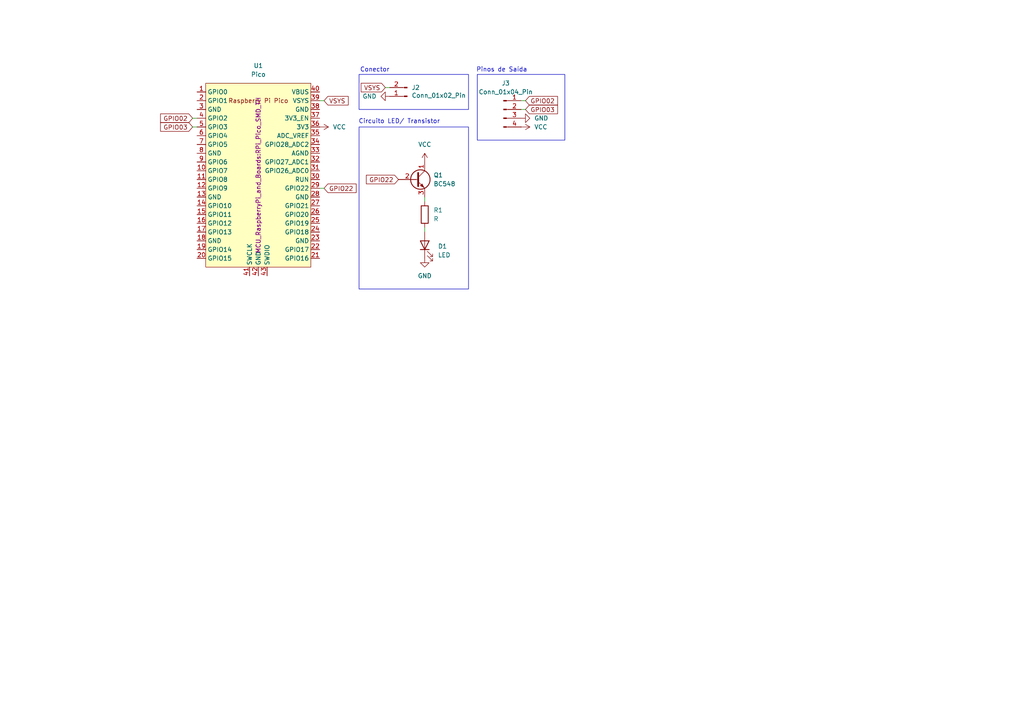
<source format=kicad_sch>
(kicad_sch (version 20231120) (generator "eeschema") (generator_version "8.0")
  (paper "A4")
  (lib_symbols
    (symbol "Connector:Conn_01x02_Pin" (pin_names (offset 1.016) hide)
      (property "Reference" "J" (at 0 2.54 0))
      (property "Value" "Conn_01x02_Pin" (at 0 -5.08 0))
      (symbol "Conn_01x02_Pin_1_1"
        (polyline (pts (xy 1.27 -2.54) (xy 0.8636 -2.54)) (stroke (width 0.1524)))
        (polyline (pts (xy 1.27 0) (xy 0.8636 0)) (stroke (width 0.1524)))
        (rectangle (start 0.8636 -2.413) (end 0 -2.667) (stroke (width 0.1524)) (fill (type outline)))
        (rectangle (start 0.8636 0.127) (end 0 -0.127) (stroke (width 0.1524)) (fill (type outline)))
        (pin passive line (at 5.08 0 180) (length 3.81) (name "Pin_1") (number "1"))
        (pin passive line (at 5.08 -2.54 180) (length 3.81) (name "Pin_2") (number "2"))
      )
    )
    (symbol "Connector:Conn_01x04_Pin" (pin_names (offset 1.016) hide)
      (property "Reference" "J" (at 0 5.08 0))
      (property "Value" "Conn_01x04_Pin" (at 0 -7.62 0))
      (symbol "Conn_01x04_Pin_1_1"
        (polyline (pts (xy 1.27 -5.08) (xy 0.8636 -5.08)) (stroke (width 0.1524)))
        (polyline (pts (xy 1.27 -2.54) (xy 0.8636 -2.54)) (stroke (width 0.1524)))
        (polyline (pts (xy 1.27 0) (xy 0.8636 0)) (stroke (width 0.1524)))
        (polyline (pts (xy 1.27 2.54) (xy 0.8636 2.54)) (stroke (width 0.1524)))
        (rectangle (start 0.8636 -4.953) (end 0 -5.207) (stroke (width 0.1524)) (fill (type outline)))
        (rectangle (start 0.8636 -2.413) (end 0 -2.667) (stroke (width 0.1524)) (fill (type outline)))
        (rectangle (start 0.8636 0.127) (end 0 -0.127) (stroke (width 0.1524)) (fill (type outline)))
        (rectangle (start 0.8636 2.667) (end 0 2.413) (stroke (width 0.1524)) (fill (type outline)))
        (pin passive line (at 5.08 2.54 180) (length 3.81) (name "Pin_1") (number "1"))
        (pin passive line (at 5.08 0 180) (length 3.81) (name "Pin_2") (number "2"))
        (pin passive line (at 5.08 -2.54 180) (length 3.81) (name "Pin_3") (number "3"))
        (pin passive line (at 5.08 -5.08 180) (length 3.81) (name "Pin_4") (number "4"))
      )
    )
    (symbol "Device:LED" (pin_numbers hide) (pin_names (offset 1.016) hide)
      (property "Reference" "D" (at 0 2.54 0))
      (property "Value" "LED" (at 0 -2.54 0))
      (symbol "LED_0_1"
        (polyline (pts (xy -1.27 -1.27) (xy -1.27 1.27)) (stroke (width 0.254)))
        (polyline (pts (xy -1.27 0) (xy 1.27 0)))
        (polyline (pts (xy 1.27 -1.27) (xy 1.27 1.27) (xy -1.27 0) (xy 1.27 -1.27)) (stroke (width 0.254)))
        (polyline (pts (xy -3.048 -0.762) (xy -4.572 -2.286) (xy -3.81 -2.286) (xy -4.572 -2.286) (xy -4.572 -1.524)))
        (polyline (pts (xy -1.778 -0.762) (xy -3.302 -2.286) (xy -2.54 -2.286) (xy -3.302 -2.286) (xy -3.302 -1.524)))
      )
      (symbol "LED_1_1"
        (pin passive line (at -3.81 0 0) (length 2.54) (name "K") (number "1"))
        (pin passive line (at 3.81 0 180) (length 2.54) (name "A") (number "2"))
      )
    )
    (symbol "Device:R" (pin_numbers hide) (pin_names (offset 0))
      (property "Reference" "R" (at 2.032 0 90))
      (property "Value" "R" (at 0 0 90))
      (symbol "R_0_1"
        (rectangle (start -1.016 -2.54) (end 1.016 2.54) (stroke (width 0.254)))
      )
      (symbol "R_1_1"
        (pin passive line (at 0 3.81 270) (length 1.27) (name "~") (number "1"))
        (pin passive line (at 0 -3.81 90) (length 1.27) (name "~") (number "2"))
      )
    )
    (symbol "MCU_RaspberryPi_and_Boards:Pico"
      (property "Reference" "U" (at -13.97 27.94 0))
      (property "Value" "Pico" (at 0 19.05 0))
      (symbol "Pico_0_0"
        (text "Raspberry Pi Pico" (at 0 21.59 0) (effects (font (size 1.27 1.27))))
      )
      (symbol "Pico_0_1"
        (rectangle (start -15.24 26.67) (end 15.24 -26.67) (fill (type background)))
      )
      (symbol "Pico_1_1"
        (pin bidirectional line (at -17.78 24.13 0) (length 2.54) (name "GPIO0") (number "1"))
        (pin bidirectional line (at -17.78 1.27 0) (length 2.54) (name "GPIO7") (number "10"))
        (pin bidirectional line (at -17.78 -1.27 0) (length 2.54) (name "GPIO8") (number "11"))
        (pin bidirectional line (at -17.78 -3.81 0) (length 2.54) (name "GPIO9") (number "12"))
        (pin power_in line (at -17.78 -6.35 0) (length 2.54) (name "GND") (number "13"))
        (pin bidirectional line (at -17.78 -8.89 0) (length 2.54) (name "GPIO10") (number "14"))
        (pin bidirectional line (at -17.78 -11.43 0) (length 2.54) (name "GPIO11") (number "15"))
        (pin bidirectional line (at -17.78 -13.97 0) (length 2.54) (name "GPIO12") (number "16"))
        (pin bidirectional line (at -17.78 -16.51 0) (length 2.54) (name "GPIO13") (number "17"))
        (pin power_in line (at -17.78 -19.05 0) (length 2.54) (name "GND") (number "18"))
        (pin bidirectional line (at -17.78 -21.59 0) (length 2.54) (name "GPIO14") (number "19"))
        (pin bidirectional line (at -17.78 21.59 0) (length 2.54) (name "GPIO1") (number "2"))
        (pin bidirectional line (at -17.78 -24.13 0) (length 2.54) (name "GPIO15") (number "20"))
        (pin bidirectional line (at 17.78 -24.13 180) (length 2.54) (name "GPIO16") (number "21"))
        (pin bidirectional line (at 17.78 -21.59 180) (length 2.54) (name "GPIO17") (number "22"))
        (pin power_in line (at 17.78 -19.05 180) (length 2.54) (name "GND") (number "23"))
        (pin bidirectional line (at 17.78 -16.51 180) (length 2.54) (name "GPIO18") (number "24"))
        (pin bidirectional line (at 17.78 -13.97 180) (length 2.54) (name "GPIO19") (number "25"))
        (pin bidirectional line (at 17.78 -11.43 180) (length 2.54) (name "GPIO20") (number "26"))
        (pin bidirectional line (at 17.78 -8.89 180) (length 2.54) (name "GPIO21") (number "27"))
        (pin power_in line (at 17.78 -6.35 180) (length 2.54) (name "GND") (number "28"))
        (pin bidirectional line (at 17.78 -3.81 180) (length 2.54) (name "GPIO22") (number "29"))
        (pin power_in line (at -17.78 19.05 0) (length 2.54) (name "GND") (number "3"))
        (pin input line (at 17.78 -1.27 180) (length 2.54) (name "RUN") (number "30"))
        (pin bidirectional line (at 17.78 1.27 180) (length 2.54) (name "GPIO26_ADC0") (number "31"))
        (pin bidirectional line (at 17.78 3.81 180) (length 2.54) (name "GPIO27_ADC1") (number "32"))
        (pin power_in line (at 17.78 6.35 180) (length 2.54) (name "AGND") (number "33"))
        (pin bidirectional line (at 17.78 8.89 180) (length 2.54) (name "GPIO28_ADC2") (number "34"))
        (pin power_in line (at 17.78 11.43 180) (length 2.54) (name "ADC_VREF") (number "35"))
        (pin power_in line (at 17.78 13.97 180) (length 2.54) (name "3V3") (number "36"))
        (pin input line (at 17.78 16.51 180) (length 2.54) (name "3V3_EN") (number "37"))
        (pin bidirectional line (at 17.78 19.05 180) (length 2.54) (name "GND") (number "38"))
        (pin power_in line (at 17.78 21.59 180) (length 2.54) (name "VSYS") (number "39"))
        (pin bidirectional line (at -17.78 16.51 0) (length 2.54) (name "GPIO2") (number "4"))
        (pin power_in line (at 17.78 24.13 180) (length 2.54) (name "VBUS") (number "40"))
        (pin input line (at -2.54 -29.21 90) (length 2.54) (name "SWCLK") (number "41"))
        (pin power_in line (at 0 -29.21 90) (length 2.54) (name "GND") (number "42"))
        (pin bidirectional line (at 2.54 -29.21 90) (length 2.54) (name "SWDIO") (number "43"))
        (pin bidirectional line (at -17.78 13.97 0) (length 2.54) (name "GPIO3") (number "5"))
        (pin bidirectional line (at -17.78 11.43 0) (length 2.54) (name "GPIO4") (number "6"))
        (pin bidirectional line (at -17.78 8.89 0) (length 2.54) (name "GPIO5") (number "7"))
        (pin power_in line (at -17.78 6.35 0) (length 2.54) (name "GND") (number "8"))
        (pin bidirectional line (at -17.78 3.81 0) (length 2.54) (name "GPIO6") (number "9"))
      )
    )
    (symbol "Transistor_BJT:BC548" (pin_names (offset 0) hide)
      (property "Reference" "Q" (at 5.08 1.905 0))
      (property "Value" "BC548" (at 5.08 0 0))
      (symbol "BC548_0_1"
        (polyline (pts (xy 0 0) (xy 0.635 0)))
        (polyline (pts (xy 0.635 0.635) (xy 2.54 2.54)))
        (polyline (pts (xy 0.635 -0.635) (xy 2.54 -2.54) (xy 2.54 -2.54)))
        (polyline (pts (xy 0.635 1.905) (xy 0.635 -1.905) (xy 0.635 -1.905)) (stroke (width 0.508)))
        (polyline (pts (xy 1.27 -1.778) (xy 1.778 -1.27) (xy 2.286 -2.286) (xy 1.27 -1.778) (xy 1.27 -1.778)) (fill (type outline)))
        (circle (center 1.27 0) (radius 2.8194) (stroke (width 0.254)))
      )
      (symbol "BC548_1_1"
        (pin passive line (at 2.54 5.08 270) (length 2.54) (name "C") (number "1"))
        (pin input line (at -5.08 0 0) (length 5.08) (name "B") (number "2"))
        (pin passive line (at 2.54 -5.08 90) (length 2.54) (name "E") (number "3"))
      )
    )
    (symbol "power:GND" (power) (pin_numbers hide) (pin_names (offset 0) hide)
      (property "Value" "GND" (at 0 -3.81 0))
      (symbol "GND_0_1"
        (polyline (pts (xy 0 0) (xy 0 -1.27) (xy 1.27 -1.27) (xy 0 -2.54) (xy -1.27 -1.27) (xy 0 -1.27)))
      )
      (symbol "GND_1_1"
        (pin power_in line (at 0 0 270) (length 0) (name "~") (number "1"))
      )
    )
    (symbol "power:VCC" (power) (pin_numbers hide) (pin_names (offset 0) hide)
      (property "Value" "VCC" (at 0 3.556 0))
      (symbol "VCC_0_1"
        (polyline (pts (xy -0.762 1.27) (xy 0 2.54)))
        (polyline (pts (xy 0 0) (xy 0 2.54)))
        (polyline (pts (xy 0 2.54) (xy 0.762 1.27)))
      )
      (symbol "VCC_1_1"
        (pin power_in line (at 0 0 90) (length 0) (name "~") (number "1"))
      )
    )
  )
  (wire (pts (xy 152.4 29.21) (xy 151.13 29.21)))
  (wire (pts (xy 152.4 31.75) (xy 151.13 31.75)))
  (wire (pts (xy 111.76 25.4) (xy 113.03 25.4)))
  (wire (pts (xy 123.19 57.15) (xy 123.19 58.42)))
  (wire (pts (xy 123.19 66.04) (xy 123.19 67.31)))
  (wire (pts (xy 55.88 36.83) (xy 57.15 36.83)))
  (wire (pts (xy 93.98 29.21) (xy 92.71 29.21)))
  (wire (pts (xy 93.98 54.61) (xy 92.71 54.61)))
  (wire (pts (xy 55.88 34.29) (xy 57.15 34.29)))
  (rectangle (start 104.14 21.59) (end 135.89 31.75))
  (rectangle (start 138.43 21.59) (end 163.83 40.64))
  (rectangle (start 104.14 36.83) (end 135.89 83.82))
  (text "Pinos de Saída" (at 145.542 20.32 0) (effects (font (size 1.27 1.27))))
  (text "Conector\n" (at 108.712 20.32 0) (effects (font (size 1.27 1.27))))
  (text "Circuito LED/ Transistor\n" (at 115.824 35.306 0) (effects (font (size 1.27 1.27))))
  (global_label "GPIO03" (shape input) (at 152.4 31.75 0) (property "Intersheetrefs" "${INTERSHEET_REFS}" (effects (hide yes))))
  (global_label "GPIO03" (shape input) (at 55.88 36.83 180) (property "Intersheetrefs" "${INTERSHEET_REFS}" (effects (hide yes))))
  (global_label "GPIO02" (shape input) (at 152.4 29.21 0) (property "Intersheetrefs" "${INTERSHEET_REFS}" (effects (hide yes))))
  (global_label "VSYS" (shape input) (at 111.76 25.4 180) (property "Intersheetrefs" "${INTERSHEET_REFS}" (effects (hide yes))))
  (global_label "GPIO22" (shape input) (at 115.57 52.07 180) (property "Intersheetrefs" "${INTERSHEET_REFS}" (effects (hide yes))))
  (global_label "VSYS" (shape input) (at 93.98 29.21 0) (property "Intersheetrefs" "${INTERSHEET_REFS}" (effects (hide yes))))
  (global_label "GPIO02" (shape input) (at 55.88 34.29 180) (property "Intersheetrefs" "${INTERSHEET_REFS}" (effects (hide yes))))
  (global_label "GPIO22" (shape input) (at 93.98 54.61 0) (property "Intersheetrefs" "${INTERSHEET_REFS}" (effects (hide yes))))
  (symbol (lib_id "power:VCC") (at 123.19 46.99 0) (unit 1)
    (property "Reference" "#PWR06" (effects (hide yes)))
    (property "Value" "VCC" (at 123.19 41.91 0))
    (property "Description" "Power symbol creates a global label with name \"VCC\"" (effects (hide yes)))
  )
  (symbol (lib_id "power:GND") (at 113.03 27.94 270) (unit 1)
    (property "Reference" "#PWR01" (effects (hide yes)))
    (property "Value" "GND" (at 109.22 27.9399 90) (effects (justify right)))
    (property "Description" "Power symbol creates a global label with name \"GND\" , ground" (effects (hide yes)))
  )
  (symbol (lib_id "Device:LED") (at 123.19 71.12 90) (unit 1)
    (property "Reference" "D1" (at 127 71.4374 90) (effects (justify right)))
    (property "Value" "LED" (at 127 73.9774 90) (effects (justify right)))
    (property "Footprint" "LED_THT:LED_D5.0mm_FlatTop" (effects (hide yes)))
    (property "Description" "Light emitting diode" (effects (hide yes)))
  )
  (symbol (lib_id "power:VCC") (at -3.81 16.51 0) (unit 1)
    (property "Reference" "#PWR05" (effects (hide yes)))
    (property "Value" "VCC" (at -3.81 11.43 0))
    (property "Description" "Power symbol creates a global label with name \"VCC\"" (effects (hide yes)))
  )
  (symbol (lib_id "power:VCC") (at 92.71 36.83 270) (unit 1)
    (property "Reference" "#PWR07" (effects (hide yes)))
    (property "Value" "VCC" (at 96.52 36.8299 90) (effects (justify left)))
    (property "Description" "Power symbol creates a global label with name \"VCC\"" (effects (hide yes)))
  )
  (symbol (lib_id "Transistor_BJT:BC548") (at 120.65 52.07 0) (unit 1)
    (property "Reference" "Q1" (at 125.73 50.7999 0) (effects (justify left)))
    (property "Value" "BC548" (at 125.73 53.3399 0) (effects (justify left)))
    (property "Footprint" "Package_TO_SOT_THT:TO-92_Inline" (effects (hide yes)))
    (property "Datasheet" "https://www.onsemi.com/pub/Collateral/BC550-D.pdf" (effects (hide yes)))
    (property "Description" "0.1A Ic, 30V Vce, Small Signal NPN Transistor, TO-92" (effects (hide yes)))
  )
  (symbol (lib_id "power:GND") (at 151.13 34.29 90) (unit 1)
    (property "Reference" "#PWR03" (effects (hide yes)))
    (property "Value" "GND" (at 154.94 34.2899 90) (effects (justify right)))
    (property "Description" "Power symbol creates a global label with name \"GND\" , ground" (effects (hide yes)))
  )
  (symbol (lib_id "Device:R") (at 123.19 62.23 0) (unit 1)
    (property "Reference" "R1" (at 125.73 60.9599 0) (effects (justify left)))
    (property "Value" "R" (at 125.73 63.4999 0) (effects (justify left)))
    (property "Footprint" "Resistor_THT:R_Axial_DIN0204_L3.6mm_D1.6mm_P5.08mm_Horizontal" (effects (hide yes)))
    (property "Description" "Resistor" (effects (hide yes)))
  )
  (symbol (lib_id "power:GND") (at 123.19 74.93 0) (unit 1)
    (property "Reference" "#PWR04" (effects (hide yes)))
    (property "Value" "GND" (at 123.19 80.01 0))
    (property "Description" "Power symbol creates a global label with name \"GND\" , ground" (effects (hide yes)))
  )
  (symbol (lib_id "Connector:Conn_01x02_Pin") (at 118.11 27.94 180) (unit 1)
    (property "Reference" "J2" (at 119.38 25.3999 0) (effects (justify right)))
    (property "Value" "Conn_01x02_Pin" (at 119.38 27.686 0) (effects (justify right)))
    (property "Footprint" "Connector_PinSocket_1.27mm:PinSocket_1x02_P1.27mm_Vertical" (effects (hide yes)))
    (property "Description" "Generic connector, single row, 01x02, script generated" (effects (hide yes)))
  )
  (symbol (lib_id "power:VCC") (at 151.13 36.83 270) (unit 1)
    (property "Reference" "#PWR08" (effects (hide yes)))
    (property "Value" "VCC" (at 154.94 36.8299 90) (effects (justify left)))
    (property "Description" "Power symbol creates a global label with name \"VCC\"" (effects (hide yes)))
  )
  (symbol (lib_id "Connector:Conn_01x04_Pin") (at 146.05 31.75 0) (unit 1)
    (property "Reference" "J3" (at 146.685 24.13 0))
    (property "Value" "Conn_01x04_Pin" (at 146.685 26.67 0))
    (property "Footprint" "Connector_PinHeader_1.00mm:PinHeader_1x04_P1.00mm_Vertical" (effects (hide yes)))
    (property "Description" "Generic connector, single row, 01x04, script generated" (effects (hide yes)))
  )
  (symbol (lib_id "MCU_RaspberryPi_and_Boards:Pico") (at 74.93 50.8 0) (unit 1)
    (property "Reference" "U1" (at 74.93 19.05 0))
    (property "Value" "Pico" (at 74.93 21.59 0))
    (property "Footprint" "MCU_RaspberryPi_and_Boards:RPi_Pico_SMD_TH" (at 74.93 50.8 90))
  )
)
</source>
